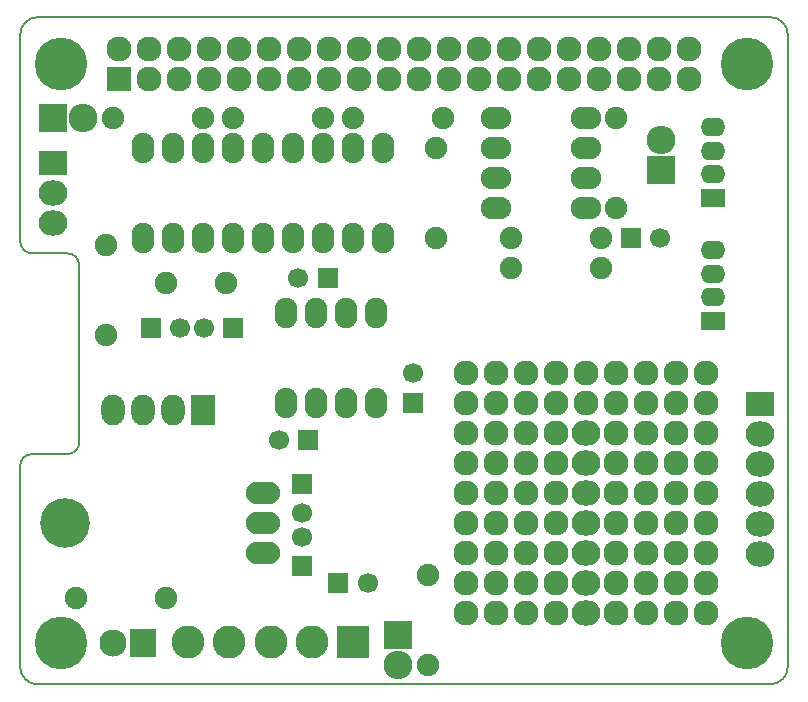
<source format=gts>
G04 #@! TF.FileFunction,Soldermask,Top*
%FSLAX46Y46*%
G04 Gerber Fmt 4.6, Leading zero omitted, Abs format (unit mm)*
G04 Created by KiCad (PCBNEW 4.0.2+dfsg1-stable) date So 30 Apr 2017 08:42:14 CEST*
%MOMM*%
G01*
G04 APERTURE LIST*
%ADD10C,0.100000*%
%ADD11C,0.150000*%
%ADD12C,4.464000*%
%ADD13R,2.127200X2.127200*%
%ADD14O,2.127200X2.127200*%
%ADD15O,1.901140X2.599640*%
%ADD16R,1.700000X1.700000*%
%ADD17C,1.700000*%
%ADD18C,1.900000*%
%ADD19R,2.300000X2.400000*%
%ADD20C,2.300000*%
%ADD21R,2.432000X2.432000*%
%ADD22O,2.432000X2.432000*%
%ADD23O,2.899360X1.901140*%
%ADD24C,4.199840*%
%ADD25O,2.599640X1.901140*%
%ADD26C,2.127200*%
%ADD27O,2.432000X2.127200*%
%ADD28R,2.432000X2.127200*%
%ADD29R,2.000200X2.597100*%
%ADD30O,2.000200X2.597100*%
%ADD31R,2.099260X1.598880*%
%ADD32O,2.099260X1.598880*%
%ADD33C,2.800000*%
%ADD34R,2.800000X2.800000*%
G04 APERTURE END LIST*
D10*
D11*
X129500000Y-71500000D02*
X191500000Y-71500000D01*
X128000000Y-90500000D02*
X128000000Y-73000000D01*
X128000000Y-90500000D02*
G75*
G03X129000000Y-91500000I1000000J0D01*
G01*
X129000000Y-91500000D02*
X132000000Y-91500000D01*
X133000000Y-92500000D02*
G75*
G03X132000000Y-91500000I-1000000J0D01*
G01*
X133000000Y-107500000D02*
X133000000Y-92500000D01*
X128000000Y-126500000D02*
X128000000Y-109500000D01*
X129000000Y-108500000D02*
X132000000Y-108500000D01*
X132000000Y-108500000D02*
G75*
G03X133000000Y-107500000I0J1000000D01*
G01*
X129000000Y-108500000D02*
G75*
G03X128000000Y-109500000I0J-1000000D01*
G01*
X191500000Y-128000000D02*
X129500000Y-128000000D01*
X193000000Y-73000000D02*
X193000000Y-126500000D01*
X129500000Y-71500000D02*
G75*
G03X128000000Y-73000000I0J-1500000D01*
G01*
X128000000Y-126500000D02*
G75*
G03X129500000Y-128000000I1500000J0D01*
G01*
X191500000Y-128000000D02*
G75*
G03X193000000Y-126500000I0J1500000D01*
G01*
X193000000Y-73000000D02*
G75*
G03X191500000Y-71500000I-1500000J0D01*
G01*
D12*
X131500000Y-124500000D03*
X131500000Y-75500000D03*
X189500000Y-75500000D03*
D13*
X136372600Y-76758800D03*
D14*
X136372600Y-74218800D03*
X138912600Y-76758800D03*
X138912600Y-74218800D03*
X141452600Y-76758800D03*
X141452600Y-74218800D03*
X143992600Y-76758800D03*
X143992600Y-74218800D03*
X146532600Y-76758800D03*
X146532600Y-74218800D03*
X149072600Y-76758800D03*
X149072600Y-74218800D03*
X151612600Y-76758800D03*
X151612600Y-74218800D03*
X154152600Y-76758800D03*
X154152600Y-74218800D03*
X156692600Y-76758800D03*
X156692600Y-74218800D03*
X159232600Y-76758800D03*
X159232600Y-74218800D03*
X161772600Y-76758800D03*
X161772600Y-74218800D03*
X164312600Y-76758800D03*
X164312600Y-74218800D03*
X166852600Y-76758800D03*
X166852600Y-74218800D03*
X169392600Y-76758800D03*
X169392600Y-74218800D03*
X171932600Y-76758800D03*
X171932600Y-74218800D03*
X174472600Y-76758800D03*
X174472600Y-74218800D03*
X177012600Y-76758800D03*
X177012600Y-74218800D03*
X179552600Y-76758800D03*
X179552600Y-74218800D03*
X182092600Y-76758800D03*
X182092600Y-74218800D03*
X184632600Y-76758800D03*
X184632600Y-74218800D03*
D15*
X150495000Y-96520000D03*
X153035000Y-96520000D03*
X155575000Y-96520000D03*
X158115000Y-96520000D03*
X158115000Y-104140000D03*
X155575000Y-104140000D03*
X153035000Y-104140000D03*
X150495000Y-104140000D03*
D16*
X161290000Y-104140000D03*
D17*
X161290000Y-101640000D03*
D18*
X146050000Y-80010000D03*
X153670000Y-80010000D03*
D16*
X146050000Y-97790000D03*
D17*
X143550000Y-97790000D03*
D16*
X139065000Y-97790000D03*
D17*
X141565000Y-97790000D03*
D16*
X179705000Y-90170000D03*
D17*
X182205000Y-90170000D03*
D18*
X163830000Y-80010000D03*
X156210000Y-80010000D03*
X135255000Y-90805000D03*
X135255000Y-98425000D03*
D16*
X154051000Y-93573600D03*
D17*
X151551000Y-93573600D03*
D18*
X135890000Y-80010000D03*
X143510000Y-80010000D03*
D12*
X189500000Y-124500000D03*
D16*
X151892000Y-110998000D03*
D17*
X151892000Y-113498000D03*
D16*
X151892000Y-117983000D03*
D17*
X151892000Y-115483000D03*
D19*
X138430000Y-124460000D03*
D20*
X135890000Y-124460000D03*
D21*
X160020000Y-123825000D03*
D22*
X160020000Y-126365000D03*
D18*
X132715000Y-120650000D03*
X140335000Y-120650000D03*
D23*
X148590000Y-114300000D03*
X148590000Y-111760000D03*
X148590000Y-116840000D03*
D24*
X131826000Y-114300000D03*
D18*
X145415000Y-93980000D03*
X140335000Y-93980000D03*
D15*
X158750000Y-90170000D03*
X156210000Y-90170000D03*
X153670000Y-90170000D03*
X151130000Y-90170000D03*
X148590000Y-90170000D03*
X146050000Y-90170000D03*
X143510000Y-90170000D03*
X140970000Y-90170000D03*
X138430000Y-90170000D03*
X138430000Y-82550000D03*
X140970000Y-82550000D03*
X143510000Y-82550000D03*
X146050000Y-82550000D03*
X148590000Y-82550000D03*
X151130000Y-82550000D03*
X153670000Y-82550000D03*
X156210000Y-82550000D03*
X158750000Y-82550000D03*
D25*
X168275000Y-87630000D03*
X168275000Y-85090000D03*
X168275000Y-82550000D03*
X168275000Y-80010000D03*
X175895000Y-80010000D03*
X175895000Y-82550000D03*
X175895000Y-85090000D03*
X175895000Y-87630000D03*
D18*
X162560000Y-126365000D03*
X162560000Y-118745000D03*
D26*
X175895000Y-104140000D03*
D27*
X175895000Y-106680000D03*
X175895000Y-109220000D03*
X175895000Y-111760000D03*
X175895000Y-114300000D03*
X175895000Y-116840000D03*
X175895000Y-119380000D03*
X175895000Y-121920000D03*
D26*
X180975000Y-104140000D03*
D14*
X178435000Y-104140000D03*
X180975000Y-106680000D03*
X178435000Y-106680000D03*
X180975000Y-109220000D03*
X178435000Y-109220000D03*
X180975000Y-111760000D03*
X178435000Y-111760000D03*
X180975000Y-114300000D03*
X178435000Y-114300000D03*
X180975000Y-116840000D03*
X178435000Y-116840000D03*
X180975000Y-119380000D03*
X178435000Y-119380000D03*
X180975000Y-121920000D03*
X178435000Y-121920000D03*
D26*
X186055000Y-104140000D03*
D14*
X183515000Y-104140000D03*
X186055000Y-106680000D03*
X183515000Y-106680000D03*
X186055000Y-109220000D03*
X183515000Y-109220000D03*
X186055000Y-111760000D03*
X183515000Y-111760000D03*
X186055000Y-114300000D03*
X183515000Y-114300000D03*
X186055000Y-116840000D03*
X183515000Y-116840000D03*
X186055000Y-119380000D03*
X183515000Y-119380000D03*
X186055000Y-121920000D03*
X183515000Y-121920000D03*
D28*
X190627000Y-104267000D03*
D27*
X190627000Y-106807000D03*
X190627000Y-109347000D03*
X190627000Y-111887000D03*
X190627000Y-114427000D03*
X190627000Y-116967000D03*
D18*
X163195000Y-82550000D03*
X163195000Y-90170000D03*
X177165000Y-92710000D03*
X169545000Y-92710000D03*
X178435000Y-87630000D03*
X178435000Y-80010000D03*
X177165000Y-90170000D03*
X169545000Y-90170000D03*
D26*
X168275000Y-104140000D03*
D14*
X165735000Y-104140000D03*
X168275000Y-106680000D03*
X165735000Y-106680000D03*
X168275000Y-109220000D03*
X165735000Y-109220000D03*
X168275000Y-111760000D03*
X165735000Y-111760000D03*
X168275000Y-114300000D03*
X165735000Y-114300000D03*
X168275000Y-116840000D03*
X165735000Y-116840000D03*
X168275000Y-119380000D03*
X165735000Y-119380000D03*
X168275000Y-121920000D03*
X165735000Y-121920000D03*
D26*
X173355000Y-104140000D03*
D14*
X170815000Y-104140000D03*
X173355000Y-106680000D03*
X170815000Y-106680000D03*
X173355000Y-109220000D03*
X170815000Y-109220000D03*
X173355000Y-111760000D03*
X170815000Y-111760000D03*
X173355000Y-114300000D03*
X170815000Y-114300000D03*
X173355000Y-116840000D03*
X170815000Y-116840000D03*
X173355000Y-119380000D03*
X170815000Y-119380000D03*
X173355000Y-121920000D03*
X170815000Y-121920000D03*
D21*
X130810000Y-80010000D03*
D22*
X133350000Y-80010000D03*
D16*
X152400000Y-107315000D03*
D17*
X149900000Y-107315000D03*
D16*
X154940000Y-119380000D03*
D17*
X157440000Y-119380000D03*
D29*
X143510000Y-104775000D03*
D30*
X140970000Y-104775000D03*
X138430000Y-104775000D03*
X135890000Y-104775000D03*
D31*
X186690000Y-86819740D03*
D32*
X186690000Y-84820760D03*
X186690000Y-82819240D03*
X186690000Y-80820260D03*
D26*
X165735000Y-101600000D03*
X168275000Y-101600000D03*
X170815000Y-101600000D03*
X173355000Y-101600000D03*
D14*
X175895000Y-101600000D03*
X178435000Y-101600000D03*
D26*
X180975000Y-101600000D03*
D14*
X183515000Y-101600000D03*
D26*
X186055000Y-101600000D03*
D31*
X186690000Y-97233740D03*
D32*
X186690000Y-95234760D03*
X186690000Y-93233240D03*
X186690000Y-91234260D03*
D21*
X182245000Y-84455000D03*
D22*
X182245000Y-81915000D03*
D28*
X130810000Y-83820000D03*
D27*
X130810000Y-86360000D03*
X130810000Y-88900000D03*
D33*
X152725000Y-124395000D03*
D34*
X156225000Y-124395000D03*
D33*
X149225000Y-124395000D03*
X145725000Y-124395000D03*
X142225000Y-124395000D03*
M02*

</source>
